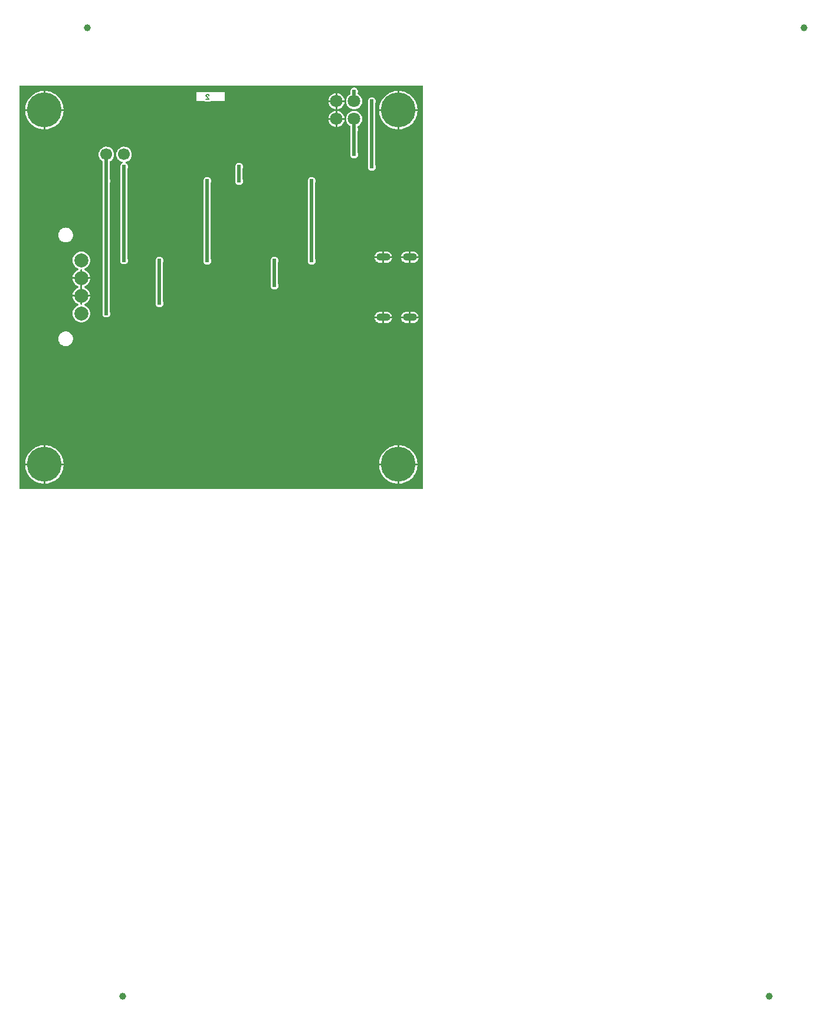
<source format=gbl>
G04 Layer: BottomLayer*
G04 Panelize: Stamp Hole, Column: 2, Row: 2, Board Size: 58.42mm x 58.42mm, Panelized Board Size: 122.84mm x 122.84mm*
G04 EasyEDA v6.5.34, 2023-08-07 12:58:06*
G04 71aba6b8c95d4410a53b73b9815fad9c,5a6b42c53f6a479593ecc07194224c93,10*
G04 Gerber Generator version 0.2*
G04 Scale: 100 percent, Rotated: No, Reflected: No *
G04 Dimensions in millimeters *
G04 leading zeros omitted , absolute positions ,4 integer and 5 decimal *
%FSLAX45Y45*%
%MOMM*%

%ADD10C,0.1524*%
%ADD11C,0.5000*%
%ADD12C,1.0000*%
%ADD13O,1.9999959999999999X1.0999978000000001*%
%ADD14C,5.0000*%
%ADD15C,1.8000*%
%ADD16C,1.7000*%
%ADD17C,2.0000*%
%ADD18C,0.6096*%
%ADD19C,0.6200*%
%ADD20C,0.0140*%

%LPD*%
G36*
X5805932Y25908D02*
G01*
X36068Y26416D01*
X32156Y27178D01*
X28905Y29362D01*
X26670Y32664D01*
X25908Y36576D01*
X25908Y5805932D01*
X26670Y5809843D01*
X28905Y5813094D01*
X32156Y5815330D01*
X36068Y5816092D01*
X2555240Y5816092D01*
X2559151Y5815330D01*
X2562402Y5813094D01*
X2564638Y5809843D01*
X2565400Y5805932D01*
X2566162Y5809843D01*
X2568397Y5813094D01*
X2571648Y5815330D01*
X2575560Y5816092D01*
X5805932Y5816092D01*
X5809843Y5815330D01*
X5813094Y5813094D01*
X5815330Y5809843D01*
X5816092Y5805932D01*
X5816092Y36068D01*
X5815330Y32207D01*
X5813094Y28905D01*
X5809843Y26670D01*
G37*

%LPC*%
G36*
X5201056Y3272078D02*
G01*
X5232958Y3272078D01*
X5232958Y3340303D01*
X5120894Y3340303D01*
X5123078Y3330194D01*
X5127091Y3319373D01*
X5132628Y3309264D01*
X5139537Y3300018D01*
X5147716Y3291840D01*
X5156962Y3284931D01*
X5167071Y3279394D01*
X5177891Y3275380D01*
X5189169Y3272942D01*
G37*
G36*
X393700Y105562D02*
G01*
X398322Y105664D01*
X421284Y108051D01*
X443992Y112369D01*
X466242Y118618D01*
X487934Y126644D01*
X508812Y136499D01*
X528828Y148031D01*
X547827Y161239D01*
X565607Y175971D01*
X582117Y192125D01*
X597204Y209600D01*
X610819Y228295D01*
X622757Y248107D01*
X633018Y268782D01*
X641553Y290271D01*
X648208Y312369D01*
X653034Y334975D01*
X655929Y357936D01*
X656336Y368300D01*
X393700Y368300D01*
G37*
G36*
X5448300Y105613D02*
G01*
X5448300Y368300D01*
X5185410Y368300D01*
X5187289Y346405D01*
X5191150Y323646D01*
X5196890Y301244D01*
X5204460Y279450D01*
X5213858Y258317D01*
X5224983Y238099D01*
X5237784Y218846D01*
X5252161Y200710D01*
X5267960Y183896D01*
X5285130Y168402D01*
X5303520Y154432D01*
X5323027Y142087D01*
X5343499Y131368D01*
X5364835Y122428D01*
X5386781Y115265D01*
X5409285Y109982D01*
X5432145Y106629D01*
G37*
G36*
X368300Y105613D02*
G01*
X368300Y368300D01*
X105410Y368300D01*
X107289Y346405D01*
X111150Y323646D01*
X116890Y301244D01*
X124460Y279450D01*
X133858Y258317D01*
X144983Y238099D01*
X157784Y218846D01*
X172161Y200710D01*
X187960Y183896D01*
X205130Y168402D01*
X223520Y154432D01*
X243027Y142087D01*
X263499Y131368D01*
X284835Y122428D01*
X306781Y115265D01*
X329285Y109982D01*
X352145Y106629D01*
G37*
G36*
X393700Y393700D02*
G01*
X656336Y393700D01*
X655929Y404063D01*
X653034Y427024D01*
X648208Y449630D01*
X641553Y471728D01*
X633018Y493217D01*
X622757Y513892D01*
X610819Y533704D01*
X597204Y552348D01*
X582117Y569874D01*
X565607Y586028D01*
X547827Y600760D01*
X528828Y613968D01*
X508812Y625500D01*
X487934Y635355D01*
X466242Y643382D01*
X443992Y649630D01*
X421284Y653948D01*
X398322Y656336D01*
X393700Y656437D01*
G37*
G36*
X5473700Y393700D02*
G01*
X5736336Y393700D01*
X5735929Y404063D01*
X5733034Y427024D01*
X5728208Y449630D01*
X5721553Y471728D01*
X5713018Y493217D01*
X5702757Y513892D01*
X5690819Y533704D01*
X5677204Y552348D01*
X5662117Y569874D01*
X5645607Y586028D01*
X5627827Y600760D01*
X5608828Y613968D01*
X5588812Y625500D01*
X5567934Y635355D01*
X5546242Y643382D01*
X5523992Y649630D01*
X5501284Y653948D01*
X5478322Y656336D01*
X5473700Y656437D01*
G37*
G36*
X5185410Y393700D02*
G01*
X5448300Y393700D01*
X5448300Y656386D01*
X5432145Y655370D01*
X5409285Y652018D01*
X5386781Y646734D01*
X5364835Y639572D01*
X5343499Y630631D01*
X5323027Y619912D01*
X5303520Y607568D01*
X5285130Y593598D01*
X5267960Y578104D01*
X5252161Y561289D01*
X5237784Y543153D01*
X5224983Y523900D01*
X5213858Y503682D01*
X5204460Y482549D01*
X5196890Y460756D01*
X5191150Y438353D01*
X5187289Y415594D01*
G37*
G36*
X105410Y393700D02*
G01*
X368300Y393700D01*
X368300Y656386D01*
X352145Y655370D01*
X329285Y652018D01*
X306781Y646734D01*
X284835Y639572D01*
X263499Y630631D01*
X243027Y619912D01*
X223520Y607568D01*
X205130Y593598D01*
X187960Y578104D01*
X172161Y561289D01*
X157784Y543153D01*
X144983Y523900D01*
X133858Y503682D01*
X124460Y482549D01*
X116890Y460756D01*
X111150Y438353D01*
X107289Y415594D01*
G37*
G36*
X685800Y2077212D02*
G01*
X699617Y2078126D01*
X713181Y2080818D01*
X726338Y2085289D01*
X738733Y2091385D01*
X750265Y2099106D01*
X760679Y2108250D01*
X769823Y2118664D01*
X777494Y2130145D01*
X783640Y2142591D01*
X788060Y2155698D01*
X790803Y2169261D01*
X791667Y2183079D01*
X790803Y2196947D01*
X788060Y2210511D01*
X783640Y2223617D01*
X777494Y2236063D01*
X769823Y2247544D01*
X760679Y2257958D01*
X750265Y2267102D01*
X738733Y2274824D01*
X726338Y2280920D01*
X713181Y2285390D01*
X699617Y2288082D01*
X685800Y2288997D01*
X671982Y2288082D01*
X658418Y2285390D01*
X645261Y2280920D01*
X632866Y2274824D01*
X621334Y2267102D01*
X610920Y2257958D01*
X601776Y2247544D01*
X594106Y2236063D01*
X587959Y2223617D01*
X583539Y2210511D01*
X580796Y2196947D01*
X579932Y2183079D01*
X580796Y2169261D01*
X583539Y2155698D01*
X587959Y2142591D01*
X594106Y2130145D01*
X601776Y2118664D01*
X610920Y2108250D01*
X621334Y2099106D01*
X632866Y2091385D01*
X645261Y2085289D01*
X658418Y2080818D01*
X671982Y2078126D01*
G37*
G36*
X5581040Y2408072D02*
G01*
X5612993Y2408072D01*
X5612993Y2476296D01*
X5500878Y2476296D01*
X5503062Y2466187D01*
X5507075Y2455418D01*
X5512612Y2445258D01*
X5519572Y2436012D01*
X5527700Y2427884D01*
X5536946Y2420975D01*
X5547055Y2415438D01*
X5557875Y2411374D01*
X5569153Y2408936D01*
G37*
G36*
X5201056Y2408072D02*
G01*
X5232958Y2408072D01*
X5232958Y2476296D01*
X5120894Y2476296D01*
X5123078Y2466187D01*
X5127091Y2455418D01*
X5132628Y2445258D01*
X5139537Y2436012D01*
X5147716Y2427884D01*
X5156962Y2420975D01*
X5167071Y2415438D01*
X5177891Y2411374D01*
X5189169Y2408936D01*
G37*
G36*
X5638393Y2408072D02*
G01*
X5670296Y2408072D01*
X5682183Y2408936D01*
X5693460Y2411374D01*
X5704281Y2415438D01*
X5714390Y2420975D01*
X5723636Y2427884D01*
X5731814Y2436012D01*
X5738723Y2445258D01*
X5744260Y2455418D01*
X5748274Y2466187D01*
X5750458Y2476296D01*
X5638393Y2476296D01*
G37*
G36*
X5258358Y2408072D02*
G01*
X5290312Y2408072D01*
X5302199Y2408936D01*
X5313476Y2411374D01*
X5324297Y2415438D01*
X5334406Y2420975D01*
X5343652Y2427884D01*
X5351780Y2436012D01*
X5358739Y2445258D01*
X5364226Y2455418D01*
X5368290Y2466187D01*
X5370474Y2476296D01*
X5258358Y2476296D01*
G37*
G36*
X910793Y2419858D02*
G01*
X925982Y2420772D01*
X940917Y2423515D01*
X955446Y2428036D01*
X969314Y2434285D01*
X982319Y2442108D01*
X994308Y2451506D01*
X1005027Y2462276D01*
X1014425Y2474214D01*
X1022299Y2487218D01*
X1028496Y2501087D01*
X1033018Y2515616D01*
X1035761Y2530551D01*
X1036675Y2545740D01*
X1035761Y2560929D01*
X1033018Y2575864D01*
X1028496Y2590393D01*
X1022299Y2604211D01*
X1014425Y2617266D01*
X1005027Y2629204D01*
X994308Y2639974D01*
X982319Y2649321D01*
X969314Y2657195D01*
X955395Y2663444D01*
X952246Y2665679D01*
X950112Y2668930D01*
X949401Y2672740D01*
X950112Y2676550D01*
X952246Y2679750D01*
X955395Y2681986D01*
X969314Y2688285D01*
X982319Y2696108D01*
X994308Y2705506D01*
X1005027Y2716276D01*
X1014425Y2728214D01*
X1022299Y2741218D01*
X1028496Y2755087D01*
X1033018Y2769616D01*
X1035761Y2784551D01*
X1035913Y2787040D01*
X923493Y2787040D01*
X923493Y2681630D01*
X922731Y2677769D01*
X920546Y2674467D01*
X917244Y2672283D01*
X913333Y2671470D01*
X908253Y2671470D01*
X904392Y2672283D01*
X901090Y2674467D01*
X898906Y2677769D01*
X898093Y2681630D01*
X898093Y2787040D01*
X785672Y2787040D01*
X785825Y2784551D01*
X788568Y2769616D01*
X793089Y2755087D01*
X799338Y2741218D01*
X807212Y2728214D01*
X816559Y2716276D01*
X827328Y2705506D01*
X839317Y2696108D01*
X852322Y2688285D01*
X866241Y2681986D01*
X869391Y2679750D01*
X871474Y2676550D01*
X872236Y2672740D01*
X871474Y2668930D01*
X869391Y2665679D01*
X866241Y2663444D01*
X852322Y2657195D01*
X839317Y2649321D01*
X827328Y2639974D01*
X816559Y2629204D01*
X807212Y2617266D01*
X799338Y2604211D01*
X793089Y2590393D01*
X788568Y2575864D01*
X785825Y2560929D01*
X784910Y2545740D01*
X785825Y2530551D01*
X788568Y2515616D01*
X793089Y2501087D01*
X799338Y2487218D01*
X807212Y2474214D01*
X816559Y2462276D01*
X827328Y2451506D01*
X839317Y2442108D01*
X852322Y2434285D01*
X866190Y2428036D01*
X880668Y2423515D01*
X895654Y2420772D01*
G37*
G36*
X1272438Y2488895D02*
G01*
X1281988Y2490114D01*
X1291183Y2492959D01*
X1299819Y2497277D01*
X1307592Y2503017D01*
X1314246Y2509977D01*
X1319631Y2517952D01*
X1323644Y2526741D01*
X1326032Y2536088D01*
X1326896Y2545689D01*
X1326032Y2555341D01*
X1323644Y2564638D01*
X1321816Y2568651D01*
X1320901Y2572867D01*
X1320901Y4417872D01*
X1321816Y4422038D01*
X1323644Y4426051D01*
X1326032Y4435398D01*
X1326845Y4445000D01*
X1326032Y4454601D01*
X1323644Y4463948D01*
X1321816Y4467961D01*
X1320901Y4472127D01*
X1320901Y4721555D01*
X1321562Y4725212D01*
X1323492Y4728311D01*
X1339138Y4739284D01*
X1349654Y4748834D01*
X1358849Y4759655D01*
X1366621Y4771593D01*
X1372768Y4784394D01*
X1377238Y4797856D01*
X1379982Y4811826D01*
X1380896Y4826000D01*
X1379982Y4840173D01*
X1377238Y4854092D01*
X1372768Y4867605D01*
X1366621Y4880406D01*
X1358849Y4892294D01*
X1349654Y4903114D01*
X1339138Y4912664D01*
X1327454Y4920792D01*
X1314856Y4927396D01*
X1301546Y4932273D01*
X1287678Y4935474D01*
X1273556Y4936794D01*
X1259332Y4936388D01*
X1245311Y4934102D01*
X1231696Y4930038D01*
X1218692Y4924298D01*
X1206550Y4916932D01*
X1195425Y4908092D01*
X1185570Y4897882D01*
X1177086Y4886502D01*
X1170076Y4874107D01*
X1164742Y4860950D01*
X1161135Y4847183D01*
X1159357Y4833112D01*
X1159357Y4818888D01*
X1161135Y4804816D01*
X1164742Y4791049D01*
X1170076Y4777892D01*
X1177086Y4765497D01*
X1185570Y4754118D01*
X1195425Y4743907D01*
X1206550Y4735068D01*
X1214221Y4730394D01*
X1216812Y4728159D01*
X1218488Y4725111D01*
X1219098Y4721707D01*
X1219098Y4472686D01*
X1218488Y4469282D01*
X1214983Y4459325D01*
X1213307Y4449826D01*
X1213307Y4440174D01*
X1214983Y4430674D01*
X1218488Y4420666D01*
X1219098Y4417263D01*
X1219098Y2573426D01*
X1218488Y2570022D01*
X1214983Y2560015D01*
X1213358Y2550515D01*
X1213358Y2540914D01*
X1214983Y2531364D01*
X1218184Y2522270D01*
X1222857Y2513888D01*
X1228953Y2506370D01*
X1236167Y2499969D01*
X1244396Y2494940D01*
X1253337Y2491333D01*
X1262786Y2489301D01*
G37*
G36*
X5258358Y2501696D02*
G01*
X5370474Y2501696D01*
X5368290Y2511806D01*
X5364226Y2522575D01*
X5358739Y2532735D01*
X5351780Y2541981D01*
X5343652Y2550109D01*
X5334406Y2557018D01*
X5324297Y2562555D01*
X5313476Y2566619D01*
X5302199Y2569057D01*
X5290312Y2569921D01*
X5258358Y2569921D01*
G37*
G36*
X5500878Y2501696D02*
G01*
X5612993Y2501696D01*
X5612993Y2569921D01*
X5581040Y2569921D01*
X5569153Y2569057D01*
X5557875Y2566619D01*
X5547055Y2562555D01*
X5536946Y2557018D01*
X5527700Y2550109D01*
X5519572Y2541981D01*
X5512612Y2532735D01*
X5507075Y2522575D01*
X5503062Y2511806D01*
G37*
G36*
X5120894Y2501696D02*
G01*
X5232958Y2501696D01*
X5232958Y2569921D01*
X5201056Y2569921D01*
X5189169Y2569057D01*
X5177891Y2566619D01*
X5167071Y2562555D01*
X5156962Y2557018D01*
X5147716Y2550109D01*
X5139537Y2541981D01*
X5132628Y2532735D01*
X5127091Y2522575D01*
X5123078Y2511806D01*
G37*
G36*
X5638393Y2501696D02*
G01*
X5750458Y2501696D01*
X5748274Y2511806D01*
X5744260Y2522575D01*
X5738723Y2532735D01*
X5731814Y2541981D01*
X5723636Y2550109D01*
X5714390Y2557018D01*
X5704281Y2562555D01*
X5693460Y2566619D01*
X5682183Y2569057D01*
X5670296Y2569921D01*
X5638393Y2569921D01*
G37*
G36*
X2032000Y2636062D02*
G01*
X2041804Y2636926D01*
X2051253Y2639466D01*
X2060193Y2643581D01*
X2068220Y2649220D01*
X2075180Y2656179D01*
X2080818Y2664206D01*
X2084933Y2673146D01*
X2087473Y2682595D01*
X2088337Y2692400D01*
X2087473Y2702204D01*
X2084933Y2711653D01*
X2083866Y2713990D01*
X2082901Y2718308D01*
X2082901Y3274872D01*
X2083816Y3279038D01*
X2085644Y3283051D01*
X2088032Y3292398D01*
X2088896Y3302000D01*
X2088032Y3311601D01*
X2085644Y3320948D01*
X2081631Y3329736D01*
X2076246Y3337712D01*
X2069592Y3344672D01*
X2061819Y3350412D01*
X2053183Y3354781D01*
X2043988Y3357575D01*
X2034438Y3358794D01*
X2024786Y3358387D01*
X2015337Y3356356D01*
X2006396Y3352800D01*
X1998167Y3347720D01*
X1990953Y3341370D01*
X1984857Y3333851D01*
X1980184Y3325418D01*
X1976983Y3316325D01*
X1975357Y3306826D01*
X1975357Y3297174D01*
X1976983Y3287674D01*
X1980488Y3277666D01*
X1981098Y3274263D01*
X1981098Y2718308D01*
X1980133Y2713990D01*
X1979066Y2711653D01*
X1976526Y2702204D01*
X1975662Y2692400D01*
X1976526Y2682595D01*
X1979066Y2673146D01*
X1983181Y2664206D01*
X1988820Y2656179D01*
X1995779Y2649220D01*
X2003806Y2643581D01*
X2012746Y2639466D01*
X2022195Y2636926D01*
G37*
G36*
X4456887Y5600700D02*
G01*
X4559300Y5600700D01*
X4559300Y5702960D01*
X4550308Y5701842D01*
X4536186Y5698236D01*
X4522673Y5692851D01*
X4509922Y5685840D01*
X4498136Y5677306D01*
X4487519Y5667349D01*
X4478223Y5656122D01*
X4470450Y5643829D01*
X4464253Y5630672D01*
X4459732Y5616803D01*
X4457039Y5602528D01*
G37*
G36*
X923493Y2812440D02*
G01*
X1035913Y2812440D01*
X1035761Y2814929D01*
X1033018Y2829864D01*
X1028496Y2844393D01*
X1022299Y2858211D01*
X1014425Y2871266D01*
X1005027Y2883204D01*
X994308Y2893974D01*
X982319Y2903321D01*
X969314Y2911195D01*
X955395Y2917444D01*
X952246Y2919679D01*
X950112Y2922930D01*
X949401Y2926740D01*
X950112Y2930550D01*
X952246Y2933750D01*
X955395Y2935986D01*
X969314Y2942285D01*
X982319Y2950108D01*
X994308Y2959506D01*
X1005027Y2970276D01*
X1014425Y2982214D01*
X1022299Y2995218D01*
X1028496Y3009087D01*
X1033018Y3023616D01*
X1035761Y3038551D01*
X1035913Y3041040D01*
X923493Y3041040D01*
G37*
G36*
X785672Y2812440D02*
G01*
X898093Y2812440D01*
X898093Y3041040D01*
X785672Y3041040D01*
X785825Y3038551D01*
X788568Y3023616D01*
X793089Y3009087D01*
X799338Y2995218D01*
X807212Y2982214D01*
X816559Y2970276D01*
X827328Y2959506D01*
X839317Y2950108D01*
X852322Y2942285D01*
X866241Y2935986D01*
X869391Y2933750D01*
X871474Y2930550D01*
X872236Y2926740D01*
X871474Y2922930D01*
X869391Y2919679D01*
X866241Y2917444D01*
X852322Y2911195D01*
X839317Y2903321D01*
X827328Y2893974D01*
X816559Y2883204D01*
X807212Y2871266D01*
X799338Y2858211D01*
X793089Y2844393D01*
X788568Y2829864D01*
X785825Y2814929D01*
G37*
G36*
X3683000Y2890062D02*
G01*
X3692804Y2890926D01*
X3702253Y2893466D01*
X3711194Y2897581D01*
X3719220Y2903220D01*
X3726179Y2910179D01*
X3731818Y2918206D01*
X3735933Y2927146D01*
X3738473Y2936595D01*
X3739337Y2946400D01*
X3738473Y2956204D01*
X3735933Y2965653D01*
X3734866Y2967990D01*
X3733901Y2972308D01*
X3733901Y3274872D01*
X3734815Y3279038D01*
X3736644Y3283051D01*
X3739032Y3292398D01*
X3739896Y3302000D01*
X3739032Y3311601D01*
X3736644Y3320948D01*
X3732631Y3329736D01*
X3727246Y3337712D01*
X3720592Y3344672D01*
X3712819Y3350412D01*
X3704183Y3354781D01*
X3694988Y3357575D01*
X3685438Y3358794D01*
X3675786Y3358387D01*
X3666337Y3356356D01*
X3657396Y3352800D01*
X3649167Y3347720D01*
X3641953Y3341370D01*
X3635857Y3333851D01*
X3631184Y3325418D01*
X3627983Y3316325D01*
X3626358Y3306826D01*
X3626358Y3297174D01*
X3627983Y3287674D01*
X3631488Y3277666D01*
X3632098Y3274263D01*
X3632098Y2972308D01*
X3631133Y2967990D01*
X3630066Y2965653D01*
X3627526Y2956204D01*
X3626662Y2946400D01*
X3627526Y2936595D01*
X3630066Y2927146D01*
X3634181Y2918206D01*
X3639820Y2910179D01*
X3646779Y2903220D01*
X3654806Y2897581D01*
X3663746Y2893466D01*
X3673195Y2890926D01*
G37*
G36*
X785672Y3066440D02*
G01*
X898093Y3066440D01*
X898093Y3171799D01*
X898906Y3175711D01*
X901090Y3179013D01*
X904392Y3181197D01*
X908253Y3181959D01*
X913333Y3181959D01*
X917244Y3181197D01*
X920546Y3179013D01*
X922731Y3175711D01*
X923493Y3171799D01*
X923493Y3066440D01*
X1035913Y3066440D01*
X1035761Y3068929D01*
X1033018Y3083864D01*
X1028496Y3098393D01*
X1022299Y3112211D01*
X1014425Y3125266D01*
X1005027Y3137204D01*
X994308Y3147974D01*
X982319Y3157321D01*
X969314Y3165195D01*
X955395Y3171444D01*
X952246Y3173679D01*
X950112Y3176930D01*
X949401Y3180740D01*
X950112Y3184550D01*
X952246Y3187750D01*
X955395Y3189986D01*
X969314Y3196285D01*
X982319Y3204108D01*
X994308Y3213506D01*
X1005027Y3224276D01*
X1014425Y3236214D01*
X1022299Y3249218D01*
X1028496Y3263087D01*
X1033018Y3277615D01*
X1035761Y3292551D01*
X1036675Y3307740D01*
X1035761Y3322929D01*
X1033018Y3337864D01*
X1028496Y3352393D01*
X1022299Y3366211D01*
X1014425Y3379266D01*
X1005027Y3391204D01*
X994308Y3401974D01*
X982319Y3411321D01*
X969314Y3419195D01*
X955446Y3425444D01*
X940917Y3429965D01*
X925982Y3432708D01*
X910793Y3433622D01*
X895654Y3432708D01*
X880668Y3429965D01*
X866190Y3425444D01*
X852322Y3419195D01*
X839317Y3411321D01*
X827328Y3401974D01*
X816559Y3391204D01*
X807212Y3379266D01*
X799338Y3366211D01*
X793089Y3352393D01*
X788568Y3337864D01*
X785825Y3322929D01*
X784910Y3307740D01*
X785825Y3292551D01*
X788568Y3277615D01*
X793089Y3263087D01*
X799338Y3249218D01*
X807212Y3236214D01*
X816559Y3224276D01*
X827328Y3213506D01*
X839317Y3204108D01*
X852322Y3196285D01*
X866241Y3189986D01*
X869391Y3187750D01*
X871474Y3184550D01*
X872236Y3180740D01*
X871474Y3176930D01*
X869391Y3173679D01*
X866241Y3171444D01*
X852322Y3165195D01*
X839317Y3157321D01*
X827328Y3147974D01*
X816559Y3137204D01*
X807212Y3125266D01*
X799338Y3112211D01*
X793089Y3098393D01*
X788568Y3083864D01*
X785825Y3068929D01*
G37*
G36*
X4584700Y5600700D02*
G01*
X4687112Y5600700D01*
X4686960Y5602528D01*
X4684268Y5616803D01*
X4679746Y5630672D01*
X4673549Y5643829D01*
X4665776Y5656122D01*
X4656480Y5667349D01*
X4645863Y5677306D01*
X4634077Y5685840D01*
X4621326Y5692851D01*
X4607814Y5698236D01*
X4593691Y5701842D01*
X4584700Y5702960D01*
G37*
G36*
X4218787Y3245154D02*
G01*
X4228388Y3246374D01*
X4237583Y3249218D01*
X4246219Y3253587D01*
X4253941Y3259277D01*
X4260646Y3266287D01*
X4266031Y3274263D01*
X4269994Y3283051D01*
X4272432Y3292398D01*
X4273245Y3302000D01*
X4272432Y3311601D01*
X4269994Y3320948D01*
X4268216Y3324961D01*
X4267301Y3329127D01*
X4267301Y4417872D01*
X4268216Y4422038D01*
X4269994Y4426051D01*
X4272432Y4435398D01*
X4273245Y4445000D01*
X4272432Y4454601D01*
X4269994Y4463948D01*
X4266031Y4472736D01*
X4260646Y4480712D01*
X4253941Y4487672D01*
X4246219Y4493412D01*
X4237583Y4497781D01*
X4228388Y4500575D01*
X4218787Y4501794D01*
X4209186Y4501388D01*
X4199737Y4499356D01*
X4190796Y4495749D01*
X4182567Y4490720D01*
X4175353Y4484319D01*
X4169257Y4476851D01*
X4164584Y4468418D01*
X4161332Y4459325D01*
X4159707Y4449826D01*
X4159707Y4440174D01*
X4161332Y4430674D01*
X4164888Y4420666D01*
X4165498Y4417263D01*
X4165498Y3329736D01*
X4164888Y3326333D01*
X4161332Y3316325D01*
X4159707Y3306826D01*
X4159707Y3297174D01*
X4161332Y3287674D01*
X4164584Y3278581D01*
X4169257Y3270148D01*
X4175353Y3262629D01*
X4182567Y3256279D01*
X4190796Y3251200D01*
X4199737Y3247593D01*
X4209186Y3245561D01*
G37*
G36*
X2720238Y3245154D02*
G01*
X2729788Y3246374D01*
X2738983Y3249218D01*
X2747619Y3253587D01*
X2755392Y3259277D01*
X2762046Y3266287D01*
X2767431Y3274263D01*
X2771444Y3283051D01*
X2773832Y3292398D01*
X2774696Y3302000D01*
X2773832Y3311601D01*
X2771444Y3320948D01*
X2769616Y3324961D01*
X2768701Y3329127D01*
X2768701Y4417822D01*
X2769616Y4422038D01*
X2771394Y4426051D01*
X2773832Y4435398D01*
X2774645Y4445000D01*
X2773832Y4454601D01*
X2771394Y4463948D01*
X2767431Y4472736D01*
X2762046Y4480712D01*
X2755392Y4487672D01*
X2747619Y4493412D01*
X2738983Y4497781D01*
X2729788Y4500575D01*
X2720187Y4501794D01*
X2710586Y4501388D01*
X2701137Y4499356D01*
X2692196Y4495749D01*
X2683967Y4490720D01*
X2676753Y4484319D01*
X2670657Y4476851D01*
X2665984Y4468418D01*
X2662732Y4459325D01*
X2661107Y4449826D01*
X2661107Y4440174D01*
X2662732Y4430674D01*
X2666288Y4420666D01*
X2666898Y4417263D01*
X2666898Y3329686D01*
X2666288Y3326282D01*
X2662783Y3316325D01*
X2661158Y3306826D01*
X2661158Y3297174D01*
X2662783Y3287674D01*
X2665984Y3278581D01*
X2670657Y3270148D01*
X2676753Y3262629D01*
X2683967Y3256279D01*
X2692196Y3251200D01*
X2701137Y3247593D01*
X2710586Y3245561D01*
G37*
G36*
X1526438Y3250895D02*
G01*
X1535988Y3252114D01*
X1545183Y3254959D01*
X1553819Y3259277D01*
X1561592Y3265017D01*
X1568246Y3271977D01*
X1573631Y3279952D01*
X1577644Y3288741D01*
X1580032Y3298088D01*
X1580896Y3307689D01*
X1580032Y3317341D01*
X1577644Y3326637D01*
X1575816Y3330651D01*
X1574901Y3334867D01*
X1574901Y4621072D01*
X1575816Y4625238D01*
X1577644Y4629251D01*
X1580032Y4638598D01*
X1580896Y4648200D01*
X1580032Y4657801D01*
X1577644Y4667148D01*
X1573631Y4675936D01*
X1568246Y4683912D01*
X1561592Y4690872D01*
X1553819Y4696612D01*
X1548079Y4699508D01*
X1544828Y4702098D01*
X1542897Y4705705D01*
X1542542Y4709820D01*
X1543862Y4713732D01*
X1546606Y4716780D01*
X1550365Y4718507D01*
X1555546Y4719675D01*
X1568907Y4724603D01*
X1581505Y4731156D01*
X1593138Y4739284D01*
X1603654Y4748834D01*
X1612849Y4759655D01*
X1620621Y4771593D01*
X1626768Y4784394D01*
X1631238Y4797856D01*
X1633982Y4811826D01*
X1634896Y4826000D01*
X1633982Y4840173D01*
X1631238Y4854092D01*
X1626768Y4867605D01*
X1620621Y4880406D01*
X1612849Y4892294D01*
X1603654Y4903114D01*
X1593138Y4912664D01*
X1581505Y4920792D01*
X1568907Y4927396D01*
X1555546Y4932273D01*
X1541678Y4935474D01*
X1527556Y4936794D01*
X1513332Y4936388D01*
X1499311Y4934102D01*
X1485696Y4930038D01*
X1472692Y4924298D01*
X1460550Y4916932D01*
X1449425Y4908092D01*
X1439570Y4897882D01*
X1431086Y4886502D01*
X1424076Y4874107D01*
X1418742Y4860950D01*
X1415135Y4847183D01*
X1413357Y4833112D01*
X1413357Y4818888D01*
X1415135Y4804816D01*
X1418742Y4791049D01*
X1424076Y4777892D01*
X1431086Y4765497D01*
X1439570Y4754118D01*
X1449425Y4743907D01*
X1460550Y4735068D01*
X1472692Y4727702D01*
X1485696Y4721910D01*
X1497888Y4718304D01*
X1501546Y4716322D01*
X1504086Y4713071D01*
X1505153Y4709058D01*
X1504492Y4704943D01*
X1502257Y4701438D01*
X1490167Y4693920D01*
X1482953Y4687570D01*
X1476857Y4680051D01*
X1472184Y4671618D01*
X1468983Y4662525D01*
X1467358Y4653026D01*
X1467358Y4643374D01*
X1468983Y4633874D01*
X1472488Y4623866D01*
X1473098Y4620514D01*
X1473098Y3335426D01*
X1472488Y3332022D01*
X1468983Y3322015D01*
X1467358Y3312515D01*
X1467358Y3302914D01*
X1468983Y3293364D01*
X1472184Y3284270D01*
X1476857Y3275888D01*
X1482953Y3268370D01*
X1490167Y3261969D01*
X1498396Y3256940D01*
X1507337Y3253333D01*
X1516786Y3251301D01*
G37*
G36*
X5581040Y3272078D02*
G01*
X5612993Y3272078D01*
X5612993Y3340303D01*
X5500878Y3340303D01*
X5503062Y3330194D01*
X5507075Y3319373D01*
X5512612Y3309264D01*
X5519572Y3300018D01*
X5527700Y3291890D01*
X5536946Y3284931D01*
X5547055Y3279444D01*
X5557875Y3275380D01*
X5569153Y3272942D01*
G37*
G36*
X5473700Y105562D02*
G01*
X5478322Y105664D01*
X5501284Y108051D01*
X5523992Y112369D01*
X5546242Y118618D01*
X5567934Y126644D01*
X5588812Y136499D01*
X5608828Y148031D01*
X5627827Y161239D01*
X5645607Y175971D01*
X5662117Y192125D01*
X5677204Y209600D01*
X5690819Y228295D01*
X5702757Y248107D01*
X5713018Y268782D01*
X5721553Y290271D01*
X5728208Y312369D01*
X5733034Y334975D01*
X5735929Y357936D01*
X5736336Y368300D01*
X5473700Y368300D01*
G37*
G36*
X5258358Y3272078D02*
G01*
X5290312Y3272078D01*
X5302199Y3272942D01*
X5313476Y3275380D01*
X5324297Y3279394D01*
X5334406Y3284931D01*
X5343652Y3291840D01*
X5351780Y3300018D01*
X5358739Y3309264D01*
X5364226Y3319373D01*
X5368290Y3330194D01*
X5370474Y3340303D01*
X5258358Y3340303D01*
G37*
G36*
X5638393Y3272078D02*
G01*
X5670296Y3272078D01*
X5682183Y3272942D01*
X5693460Y3275380D01*
X5704281Y3279444D01*
X5714390Y3284931D01*
X5723636Y3291890D01*
X5731814Y3300018D01*
X5738723Y3309264D01*
X5744260Y3319373D01*
X5748274Y3330194D01*
X5750458Y3340303D01*
X5638393Y3340303D01*
G37*
G36*
X5638393Y3365703D02*
G01*
X5750458Y3365703D01*
X5748274Y3375761D01*
X5744260Y3386582D01*
X5738723Y3396742D01*
X5731814Y3405936D01*
X5723636Y3414115D01*
X5714390Y3421024D01*
X5704281Y3426561D01*
X5693460Y3430574D01*
X5682183Y3433064D01*
X5670296Y3433876D01*
X5638393Y3433876D01*
G37*
G36*
X5258358Y3365703D02*
G01*
X5370474Y3365703D01*
X5368290Y3375761D01*
X5364226Y3386582D01*
X5358739Y3396691D01*
X5351780Y3405936D01*
X5343652Y3414115D01*
X5334406Y3421024D01*
X5324297Y3426561D01*
X5313476Y3430574D01*
X5302199Y3433064D01*
X5290312Y3433876D01*
X5258358Y3433876D01*
G37*
G36*
X5120894Y3365703D02*
G01*
X5232958Y3365703D01*
X5232958Y3433876D01*
X5201056Y3433876D01*
X5189169Y3433064D01*
X5177891Y3430574D01*
X5167071Y3426561D01*
X5156962Y3421024D01*
X5147716Y3414115D01*
X5139537Y3405936D01*
X5132628Y3396691D01*
X5127091Y3386582D01*
X5123078Y3375761D01*
G37*
G36*
X5500878Y3365703D02*
G01*
X5612993Y3365703D01*
X5612993Y3433876D01*
X5581040Y3433876D01*
X5569153Y3433064D01*
X5557875Y3430574D01*
X5547055Y3426561D01*
X5536946Y3421024D01*
X5527700Y3414115D01*
X5519572Y3405936D01*
X5512612Y3396742D01*
X5507075Y3386582D01*
X5503062Y3375761D01*
G37*
G36*
X685800Y3564432D02*
G01*
X699617Y3565296D01*
X713181Y3568039D01*
X726338Y3572459D01*
X738733Y3578606D01*
X750265Y3586276D01*
X760679Y3595420D01*
X769823Y3605834D01*
X777494Y3617366D01*
X783640Y3629761D01*
X788060Y3642918D01*
X790803Y3656482D01*
X791667Y3670300D01*
X790803Y3684117D01*
X788060Y3697681D01*
X783640Y3710838D01*
X777494Y3723233D01*
X769823Y3734765D01*
X760679Y3745179D01*
X750265Y3754323D01*
X738733Y3761994D01*
X726338Y3768140D01*
X713181Y3772560D01*
X699617Y3775303D01*
X685800Y3776167D01*
X671982Y3775303D01*
X658418Y3772560D01*
X645261Y3768140D01*
X632866Y3761994D01*
X621334Y3754323D01*
X610920Y3745179D01*
X601776Y3734765D01*
X594106Y3723233D01*
X587959Y3710838D01*
X583539Y3697681D01*
X580796Y3684117D01*
X579932Y3670300D01*
X580796Y3656482D01*
X583539Y3642918D01*
X587959Y3629761D01*
X594106Y3617366D01*
X601776Y3605834D01*
X610920Y3595420D01*
X621334Y3586276D01*
X632866Y3578606D01*
X645261Y3572459D01*
X658418Y3568039D01*
X671982Y3565296D01*
G37*
G36*
X3177438Y4388154D02*
G01*
X3186988Y4389374D01*
X3196183Y4392218D01*
X3204819Y4396536D01*
X3212592Y4402277D01*
X3219246Y4409236D01*
X3224631Y4417263D01*
X3228644Y4426051D01*
X3231032Y4435398D01*
X3231896Y4445000D01*
X3231032Y4454601D01*
X3228644Y4463948D01*
X3226816Y4467961D01*
X3225901Y4472127D01*
X3225901Y4621072D01*
X3226816Y4625238D01*
X3228594Y4629251D01*
X3231032Y4638598D01*
X3231845Y4648200D01*
X3231032Y4657801D01*
X3228594Y4667148D01*
X3224631Y4675936D01*
X3219246Y4683912D01*
X3212592Y4690872D01*
X3204819Y4696612D01*
X3196183Y4700981D01*
X3186988Y4703775D01*
X3177387Y4704994D01*
X3167786Y4704588D01*
X3158337Y4702556D01*
X3149396Y4698949D01*
X3141167Y4693920D01*
X3133953Y4687519D01*
X3127857Y4680051D01*
X3123184Y4671618D01*
X3119932Y4662525D01*
X3118307Y4653026D01*
X3118307Y4643374D01*
X3119932Y4633874D01*
X3123488Y4623866D01*
X3124098Y4620463D01*
X3124098Y4472686D01*
X3123488Y4469282D01*
X3119983Y4459325D01*
X3118358Y4449826D01*
X3118358Y4440174D01*
X3119983Y4430674D01*
X3123184Y4421581D01*
X3127857Y4413148D01*
X3133953Y4405630D01*
X3141167Y4399280D01*
X3149396Y4394200D01*
X3158337Y4390593D01*
X3167786Y4388561D01*
G37*
G36*
X5080000Y4591862D02*
G01*
X5089753Y4592675D01*
X5099253Y4595215D01*
X5108143Y4599381D01*
X5116220Y4605020D01*
X5123180Y4611979D01*
X5128768Y4620006D01*
X5132933Y4628896D01*
X5135473Y4638395D01*
X5136337Y4648200D01*
X5135473Y4657953D01*
X5132933Y4667453D01*
X5131866Y4669790D01*
X5130901Y4674057D01*
X5130901Y5562092D01*
X5131866Y5566410D01*
X5132933Y5568746D01*
X5135473Y5578195D01*
X5136337Y5588000D01*
X5135473Y5597804D01*
X5132933Y5607253D01*
X5128818Y5616194D01*
X5123180Y5624220D01*
X5116220Y5631180D01*
X5108194Y5636818D01*
X5099253Y5640933D01*
X5089804Y5643473D01*
X5080000Y5644337D01*
X5070195Y5643473D01*
X5060746Y5640933D01*
X5051806Y5636818D01*
X5043779Y5631180D01*
X5036820Y5624220D01*
X5031181Y5616194D01*
X5027066Y5607253D01*
X5024526Y5597804D01*
X5023662Y5588000D01*
X5024526Y5578195D01*
X5027066Y5568746D01*
X5028133Y5566410D01*
X5029098Y5562092D01*
X5029098Y4674108D01*
X5028133Y4669840D01*
X5027015Y4667453D01*
X5024475Y4657953D01*
X5023662Y4648200D01*
X5024475Y4638395D01*
X5027015Y4628896D01*
X5031181Y4620006D01*
X5036820Y4611979D01*
X5043779Y4605020D01*
X5051806Y4599381D01*
X5060696Y4595215D01*
X5070195Y4592675D01*
G37*
G36*
X4826000Y4769612D02*
G01*
X4835804Y4770475D01*
X4845253Y4773015D01*
X4854194Y4777181D01*
X4862220Y4782820D01*
X4869180Y4789728D01*
X4874818Y4797806D01*
X4878933Y4806696D01*
X4881473Y4816195D01*
X4882337Y4825949D01*
X4881473Y4835753D01*
X4878933Y4845253D01*
X4877866Y4847590D01*
X4876901Y4851908D01*
X4876901Y5155692D01*
X4877866Y5160010D01*
X4878933Y5162346D01*
X4881473Y5171795D01*
X4882337Y5181600D01*
X4881473Y5191404D01*
X4878933Y5200853D01*
X4877866Y5203190D01*
X4876901Y5207508D01*
X4876901Y5224018D01*
X4877562Y5227523D01*
X4879390Y5230622D01*
X4882184Y5232908D01*
X4888077Y5236159D01*
X4899863Y5244693D01*
X4910480Y5254650D01*
X4919776Y5265877D01*
X4927549Y5278170D01*
X4933746Y5291328D01*
X4938268Y5305196D01*
X4940960Y5319471D01*
X4941874Y5334000D01*
X4940960Y5348528D01*
X4938268Y5362803D01*
X4933746Y5376672D01*
X4927549Y5389829D01*
X4919776Y5402122D01*
X4910480Y5413349D01*
X4899863Y5423306D01*
X4888077Y5431840D01*
X4875326Y5438851D01*
X4861814Y5444236D01*
X4847691Y5447842D01*
X4833264Y5449671D01*
X4818735Y5449671D01*
X4804308Y5447842D01*
X4790186Y5444236D01*
X4776673Y5438851D01*
X4763922Y5431840D01*
X4752136Y5423306D01*
X4741519Y5413349D01*
X4732223Y5402122D01*
X4724450Y5389829D01*
X4718253Y5376672D01*
X4713732Y5362803D01*
X4711039Y5348528D01*
X4710125Y5334000D01*
X4711039Y5319471D01*
X4713732Y5305196D01*
X4718253Y5291328D01*
X4724450Y5278170D01*
X4732223Y5265877D01*
X4741519Y5254650D01*
X4752136Y5244693D01*
X4763922Y5236159D01*
X4769815Y5232908D01*
X4772609Y5230622D01*
X4774438Y5227523D01*
X4775098Y5224018D01*
X4775098Y5207508D01*
X4774133Y5203190D01*
X4773066Y5200853D01*
X4770526Y5191404D01*
X4769662Y5181600D01*
X4770526Y5171795D01*
X4773066Y5162346D01*
X4774133Y5160010D01*
X4775098Y5155692D01*
X4775098Y4851857D01*
X4774133Y4847539D01*
X4773066Y4845253D01*
X4770526Y4835753D01*
X4769662Y4825949D01*
X4770526Y4816195D01*
X4773066Y4806696D01*
X4777181Y4797806D01*
X4782820Y4789728D01*
X4789779Y4782820D01*
X4797806Y4777181D01*
X4806746Y4773015D01*
X4816195Y4770475D01*
G37*
G36*
X5473700Y5185562D02*
G01*
X5478322Y5185664D01*
X5501284Y5188051D01*
X5523992Y5192369D01*
X5546242Y5198618D01*
X5567934Y5206644D01*
X5588812Y5216499D01*
X5608828Y5228031D01*
X5627827Y5241239D01*
X5645607Y5255971D01*
X5662117Y5272125D01*
X5677204Y5289600D01*
X5690819Y5308295D01*
X5702757Y5328107D01*
X5713018Y5348782D01*
X5721553Y5370271D01*
X5728208Y5392369D01*
X5733034Y5414975D01*
X5735929Y5437936D01*
X5736336Y5448300D01*
X5473700Y5448300D01*
G37*
G36*
X393700Y5185562D02*
G01*
X398322Y5185664D01*
X421284Y5188051D01*
X443992Y5192369D01*
X466242Y5198618D01*
X487934Y5206644D01*
X508812Y5216499D01*
X528828Y5228031D01*
X547827Y5241239D01*
X565607Y5255971D01*
X582117Y5272125D01*
X597204Y5289600D01*
X610819Y5308295D01*
X622757Y5328107D01*
X633018Y5348782D01*
X641553Y5370271D01*
X648208Y5392369D01*
X653034Y5414975D01*
X655929Y5437936D01*
X656336Y5448300D01*
X393700Y5448300D01*
G37*
G36*
X5448300Y5185613D02*
G01*
X5448300Y5448300D01*
X5185410Y5448300D01*
X5187289Y5426405D01*
X5191150Y5403646D01*
X5196890Y5381244D01*
X5204460Y5359450D01*
X5213858Y5338318D01*
X5224983Y5318099D01*
X5237784Y5298846D01*
X5252161Y5280710D01*
X5267960Y5263896D01*
X5285130Y5248402D01*
X5303520Y5234432D01*
X5323027Y5222087D01*
X5343499Y5211368D01*
X5364835Y5202428D01*
X5386781Y5195265D01*
X5409285Y5189982D01*
X5432145Y5186629D01*
G37*
G36*
X368300Y5185613D02*
G01*
X368300Y5448300D01*
X105410Y5448300D01*
X107289Y5426405D01*
X111150Y5403646D01*
X116890Y5381244D01*
X124460Y5359450D01*
X133858Y5338318D01*
X144983Y5318099D01*
X157784Y5298846D01*
X172161Y5280710D01*
X187960Y5263896D01*
X205130Y5248402D01*
X223520Y5234432D01*
X243027Y5222087D01*
X263499Y5211368D01*
X284835Y5202428D01*
X306781Y5195265D01*
X329285Y5189982D01*
X352145Y5186629D01*
G37*
G36*
X4559300Y5219039D02*
G01*
X4559300Y5321300D01*
X4456887Y5321300D01*
X4457039Y5319471D01*
X4459732Y5305196D01*
X4464253Y5291328D01*
X4470450Y5278170D01*
X4478223Y5265877D01*
X4487519Y5254650D01*
X4498136Y5244693D01*
X4509922Y5236159D01*
X4522673Y5229148D01*
X4536186Y5223764D01*
X4550308Y5220157D01*
G37*
G36*
X4584700Y5219039D02*
G01*
X4593691Y5220157D01*
X4607814Y5223764D01*
X4621326Y5229148D01*
X4634077Y5236159D01*
X4645863Y5244693D01*
X4656480Y5254650D01*
X4665776Y5265877D01*
X4673549Y5278170D01*
X4679746Y5291328D01*
X4684268Y5305196D01*
X4686960Y5319471D01*
X4687112Y5321300D01*
X4584700Y5321300D01*
G37*
G36*
X4584700Y5346700D02*
G01*
X4687112Y5346700D01*
X4686960Y5348528D01*
X4684268Y5362803D01*
X4679746Y5376672D01*
X4673549Y5389829D01*
X4665776Y5402122D01*
X4656480Y5413349D01*
X4645863Y5423306D01*
X4634077Y5431840D01*
X4621326Y5438851D01*
X4607814Y5444236D01*
X4593691Y5447842D01*
X4584700Y5448960D01*
G37*
G36*
X4456887Y5346700D02*
G01*
X4559300Y5346700D01*
X4559300Y5448960D01*
X4550308Y5447842D01*
X4536186Y5444236D01*
X4522673Y5438851D01*
X4509922Y5431840D01*
X4498136Y5423306D01*
X4487519Y5413349D01*
X4478223Y5402122D01*
X4470450Y5389829D01*
X4464253Y5376672D01*
X4459732Y5362803D01*
X4457039Y5348528D01*
G37*
G36*
X4818735Y5472328D02*
G01*
X4833264Y5472328D01*
X4847691Y5474157D01*
X4861814Y5477764D01*
X4875326Y5483148D01*
X4888077Y5490159D01*
X4899863Y5498693D01*
X4910480Y5508650D01*
X4919776Y5519877D01*
X4927549Y5532170D01*
X4933746Y5545328D01*
X4938268Y5559196D01*
X4940960Y5573471D01*
X4941874Y5588000D01*
X4940960Y5602528D01*
X4938268Y5616803D01*
X4933746Y5630672D01*
X4927549Y5643829D01*
X4919776Y5656122D01*
X4910480Y5667349D01*
X4899863Y5677306D01*
X4888077Y5685840D01*
X4882184Y5689092D01*
X4879390Y5691378D01*
X4877562Y5694476D01*
X4876901Y5697982D01*
X4876901Y5701792D01*
X4877866Y5706110D01*
X4878933Y5708446D01*
X4881473Y5717895D01*
X4882337Y5727700D01*
X4881473Y5737504D01*
X4878933Y5746953D01*
X4874818Y5755894D01*
X4869180Y5763920D01*
X4862220Y5770880D01*
X4854194Y5776518D01*
X4845253Y5780633D01*
X4835804Y5783173D01*
X4826000Y5784037D01*
X4816195Y5783173D01*
X4806746Y5780633D01*
X4797806Y5776518D01*
X4789779Y5770880D01*
X4782820Y5763920D01*
X4777181Y5755894D01*
X4773066Y5746953D01*
X4770526Y5737504D01*
X4769662Y5727700D01*
X4770526Y5717895D01*
X4773066Y5708446D01*
X4774133Y5706110D01*
X4775098Y5701792D01*
X4775098Y5697982D01*
X4774438Y5694476D01*
X4772609Y5691378D01*
X4769815Y5689092D01*
X4763922Y5685840D01*
X4752136Y5677306D01*
X4741519Y5667349D01*
X4732223Y5656122D01*
X4724450Y5643829D01*
X4718253Y5630672D01*
X4713732Y5616803D01*
X4711039Y5602528D01*
X4710125Y5588000D01*
X4711039Y5573471D01*
X4713732Y5559196D01*
X4718253Y5545328D01*
X4724450Y5532170D01*
X4732223Y5519877D01*
X4741519Y5508650D01*
X4752136Y5498693D01*
X4763922Y5490159D01*
X4776673Y5483148D01*
X4790186Y5477764D01*
X4804308Y5474157D01*
G37*
G36*
X4584700Y5473039D02*
G01*
X4593691Y5474157D01*
X4607814Y5477764D01*
X4621326Y5483148D01*
X4634077Y5490159D01*
X4645863Y5498693D01*
X4656480Y5508650D01*
X4665776Y5519877D01*
X4673549Y5532170D01*
X4679746Y5545328D01*
X4684268Y5559196D01*
X4686960Y5573471D01*
X4687112Y5575300D01*
X4584700Y5575300D01*
G37*
G36*
X4559300Y5473039D02*
G01*
X4559300Y5575300D01*
X4456887Y5575300D01*
X4457039Y5573471D01*
X4459732Y5559196D01*
X4464253Y5545328D01*
X4470450Y5532170D01*
X4478223Y5519877D01*
X4487519Y5508650D01*
X4498136Y5498693D01*
X4509922Y5490159D01*
X4522673Y5483148D01*
X4536186Y5477764D01*
X4550308Y5474157D01*
G37*
G36*
X5473700Y5473700D02*
G01*
X5736336Y5473700D01*
X5735929Y5484063D01*
X5733034Y5507024D01*
X5728208Y5529630D01*
X5721553Y5551728D01*
X5713018Y5573217D01*
X5702757Y5593892D01*
X5690819Y5613704D01*
X5677204Y5632348D01*
X5662117Y5649874D01*
X5645607Y5666028D01*
X5627827Y5680760D01*
X5608828Y5693968D01*
X5588812Y5705500D01*
X5567934Y5715355D01*
X5546242Y5723382D01*
X5523992Y5729630D01*
X5501284Y5733948D01*
X5478322Y5736336D01*
X5473700Y5736437D01*
G37*
G36*
X393700Y5473700D02*
G01*
X656336Y5473700D01*
X655929Y5484063D01*
X653034Y5507024D01*
X648208Y5529630D01*
X641553Y5551728D01*
X633018Y5573217D01*
X622757Y5593892D01*
X610819Y5613704D01*
X597204Y5632348D01*
X582117Y5649874D01*
X565607Y5666028D01*
X547827Y5680760D01*
X528828Y5693968D01*
X508812Y5705500D01*
X487934Y5715355D01*
X466242Y5723382D01*
X443992Y5729630D01*
X421284Y5733948D01*
X398322Y5736336D01*
X393700Y5736437D01*
G37*
G36*
X5185410Y5473700D02*
G01*
X5448300Y5473700D01*
X5448300Y5736386D01*
X5432145Y5735370D01*
X5409285Y5732018D01*
X5386781Y5726734D01*
X5364835Y5719572D01*
X5343499Y5710631D01*
X5323027Y5699912D01*
X5303520Y5687568D01*
X5285130Y5673598D01*
X5267960Y5658104D01*
X5252161Y5641289D01*
X5237784Y5623153D01*
X5224983Y5603900D01*
X5213858Y5583682D01*
X5204460Y5562549D01*
X5196890Y5540756D01*
X5191150Y5518353D01*
X5187289Y5495594D01*
G37*
G36*
X105410Y5473700D02*
G01*
X368300Y5473700D01*
X368300Y5736386D01*
X352145Y5735370D01*
X329285Y5732018D01*
X306781Y5726734D01*
X284835Y5719572D01*
X263499Y5710631D01*
X243027Y5699912D01*
X223520Y5687568D01*
X205130Y5673598D01*
X187960Y5658104D01*
X172161Y5641289D01*
X157784Y5623153D01*
X144983Y5603900D01*
X133858Y5583682D01*
X124460Y5562549D01*
X116890Y5540756D01*
X111150Y5518353D01*
X107289Y5495594D01*
G37*
G36*
X2691688Y5583682D02*
G01*
X2750261Y5583682D01*
X2756560Y5584393D01*
X2764840Y5587593D01*
X2767634Y5588000D01*
X2970784Y5588000D01*
X2971800Y5589016D01*
X2971800Y5713984D01*
X2970784Y5715000D01*
X2763520Y5715000D01*
X2760167Y5715558D01*
X2756560Y5716828D01*
X2750261Y5717540D01*
X2691688Y5717540D01*
X2685389Y5716828D01*
X2681782Y5715558D01*
X2678430Y5715000D01*
X2575560Y5715000D01*
X2571648Y5715762D01*
X2568397Y5717997D01*
X2566162Y5721248D01*
X2565400Y5725160D01*
X2565400Y5589016D01*
X2566416Y5588000D01*
X2674315Y5588000D01*
X2677109Y5587593D01*
X2679903Y5586323D01*
X2685389Y5584393D01*
G37*

%LPD*%
D10*
X2739897Y5668010D02*
G01*
X2739897Y5671312D01*
X2736850Y5677662D01*
X2733547Y5680963D01*
X2727197Y5684012D01*
X2714497Y5684012D01*
X2708147Y5680963D01*
X2705100Y5677662D01*
X2701797Y5671312D01*
X2701797Y5664962D01*
X2705100Y5658612D01*
X2711450Y5648960D01*
X2743200Y5617210D01*
X2698750Y5617210D01*
D11*
X2717794Y3301992D02*
G01*
X2717794Y4444989D01*
X2032000Y2692400D02*
G01*
X2032000Y3301992D01*
X4216392Y3301992D02*
G01*
X4216392Y4444987D01*
X3683000Y2946400D02*
G01*
X3683000Y3301992D01*
X1524000Y4648200D02*
G01*
X1524000Y3307712D01*
X3175000Y4444987D02*
G01*
X3175000Y4648200D01*
X1270000Y4445000D02*
G01*
X1270000Y4826000D01*
X1270000Y4445000D02*
G01*
X1270000Y2545712D01*
X4825987Y4825987D02*
G01*
X4826000Y5181600D01*
X5080000Y5588000D02*
G01*
X5080000Y4648200D01*
X4826000Y5334000D02*
G01*
X4826000Y5181600D01*
X4826000Y5727700D02*
G01*
X4826000Y5588000D01*
D12*
G01*
X999997Y6641998D03*
G01*
X11284000Y6641998D03*
G01*
X1499996Y-7241997D03*
G01*
X10784001Y-7241997D03*
D13*
G01*
X5245684Y3353003D03*
G01*
X5245684Y2488996D03*
G01*
X5625693Y2488996D03*
G01*
X5625693Y3353003D03*
D14*
G01*
X381000Y5461000D03*
G01*
X5461000Y5461000D03*
G01*
X5461000Y381000D03*
G01*
X381000Y381000D03*
G01*
X5461000Y5461000D03*
G01*
X381000Y5461000D03*
D15*
G01*
X4826000Y5588000D03*
G01*
X4826000Y5334000D03*
G01*
X4572000Y5334000D03*
G01*
X4572000Y5588000D03*
D16*
G01*
X1523997Y4825989D03*
G01*
X1269997Y4825989D03*
D17*
G01*
X910818Y2799714D03*
G01*
X910818Y3053714D03*
G01*
X910818Y3307714D03*
G01*
X910818Y2545714D03*
D18*
G01*
X4826000Y4825974D03*
G01*
X5079989Y4648189D03*
G01*
X4826000Y5727700D03*
G01*
X5080000Y5588000D03*
G01*
X4826000Y5181600D03*
G01*
X3683000Y2946400D03*
G01*
X2032000Y2692400D03*
D19*
G01*
X2717794Y4444989D03*
G01*
X1269997Y4444989D03*
G01*
X1270000Y2545712D03*
G01*
X4216389Y4444989D03*
G01*
X3175000Y4444987D03*
G01*
X3174994Y4648189D03*
G01*
X1524000Y4648200D03*
G01*
X1524000Y3307712D03*
G01*
X3683000Y3301994D03*
G01*
X4216387Y3301994D03*
G01*
X2032000Y3301994D03*
G01*
X2717800Y3301994D03*
M02*

</source>
